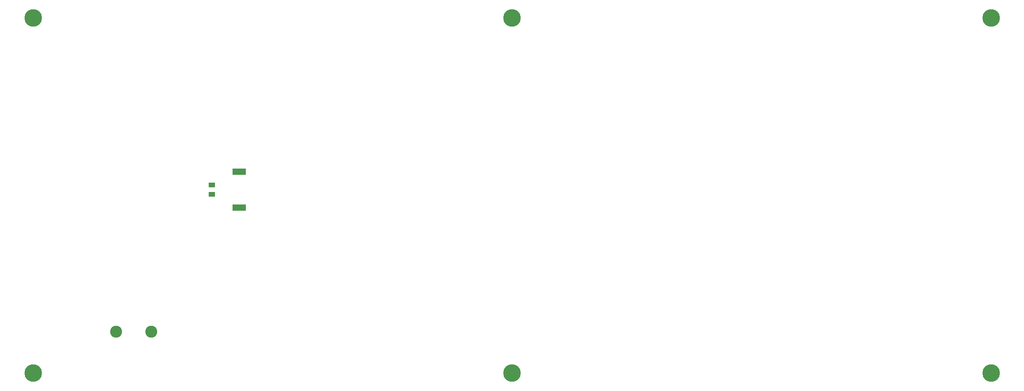
<source format=gbs>
%TF.GenerationSoftware,KiCad,Pcbnew,7.0.2-0*%
%TF.CreationDate,2024-05-09T13:19:14-07:00*%
%TF.ProjectId,New_Coil_Panel_Y,4e65775f-436f-4696-9c5f-50616e656c5f,2.0*%
%TF.SameCoordinates,Original*%
%TF.FileFunction,Soldermask,Bot*%
%TF.FilePolarity,Negative*%
%FSLAX46Y46*%
G04 Gerber Fmt 4.6, Leading zero omitted, Abs format (unit mm)*
G04 Created by KiCad (PCBNEW 7.0.2-0) date 2024-05-09 13:19:14*
%MOMM*%
%LPD*%
G01*
G04 APERTURE LIST*
%ADD10C,2.600000*%
%ADD11C,3.800000*%
%ADD12R,1.450000X1.100000*%
%ADD13R,2.899999X1.350000*%
G04 APERTURE END LIST*
D10*
X52371631Y-50586000D03*
D11*
X52371631Y-50586000D03*
D10*
X70348000Y-118626000D03*
X77968000Y-118626000D03*
D12*
X91053001Y-86799003D03*
X91053001Y-88799004D03*
D13*
X97028000Y-83904005D03*
X97028000Y-91694000D03*
D10*
X156121631Y-50586000D03*
D11*
X156121631Y-50586000D03*
D10*
X259871631Y-127586000D03*
D11*
X259871631Y-127586000D03*
D10*
X156121631Y-127586000D03*
D11*
X156121631Y-127586000D03*
D10*
X52371631Y-127586000D03*
D11*
X52371631Y-127586000D03*
D10*
X259871631Y-50586000D03*
D11*
X259871631Y-50586000D03*
M02*

</source>
